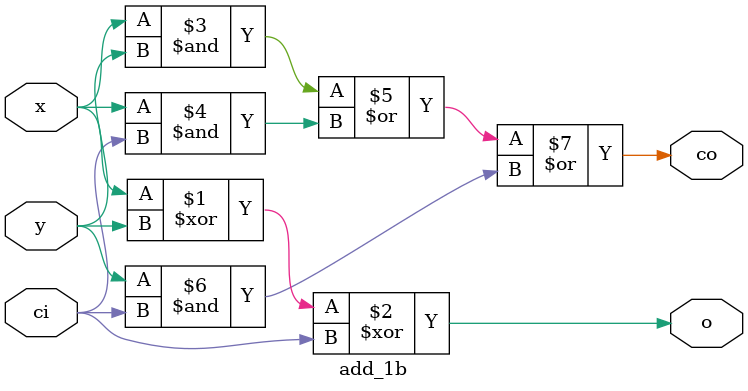
<source format=v>
module add_1b(x, y, ci, o, co);

  output o, co;
  input x, y, ci;

  wire x, y, ci, o, co;

  assign o = x ^ y ^ ci;

  assign co = (x & y) | (x & ci) | (y & ci);

endmodule

</source>
